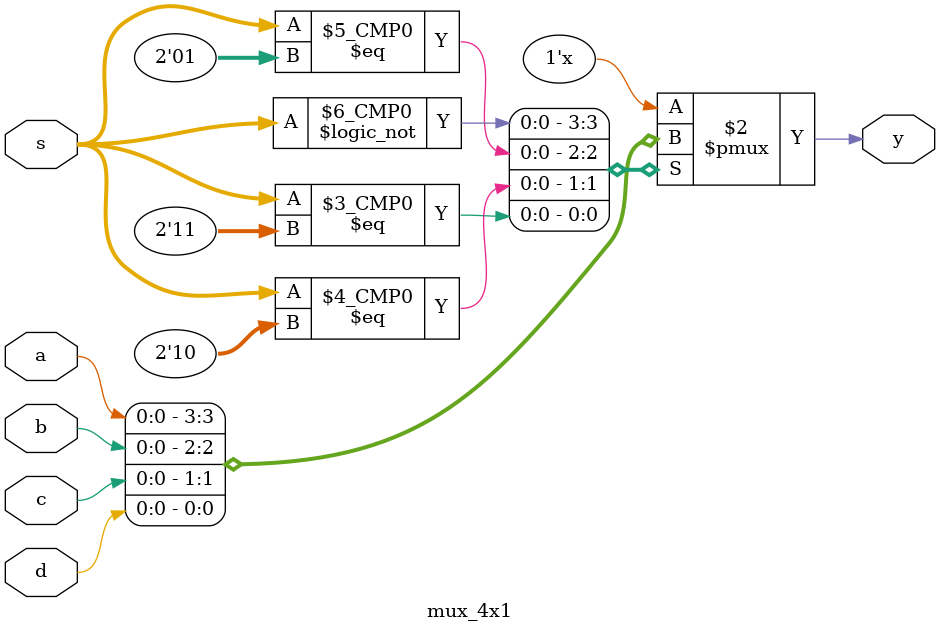
<source format=v>
`timescale 1ns / 1ps

module mux_4x1(
    input a,b,c,d,
    input [1:0]s,
    output reg y
    );
    always@(*)
    begin
    case(s)
    2'b00:  y=a;
    2'b01:  y=b;
    2'b10: y=c;
    2'b11: y=d;
   
    endcase
    end
endmodule

</source>
